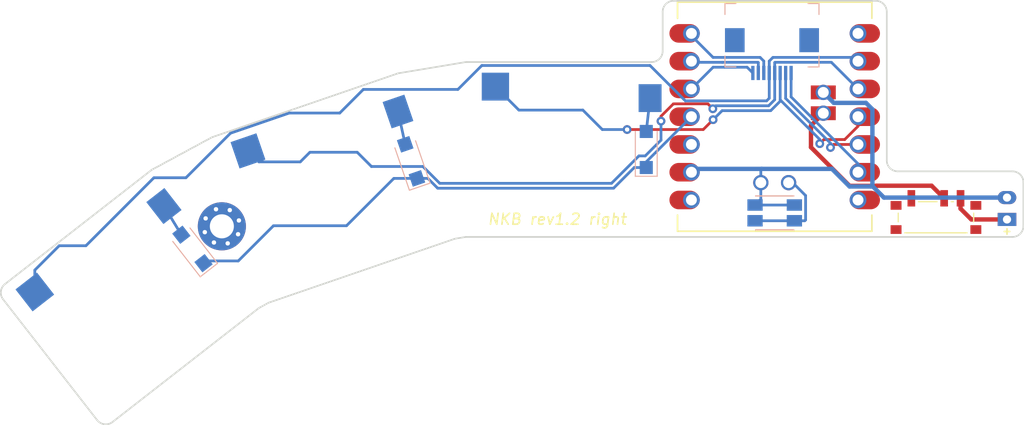
<source format=kicad_pcb>
(kicad_pcb (version 20221018) (generator pcbnew)
  (title_block (title "right_thumbs") (rev "rev1.2") (company "nikservik"))
  (layers (0 "F.Cu" signal) (31 "B.Cu" signal) (34 "B.Paste" user) (35 "F.Paste" user) (36 "B.SilkS" user "B.Silkscreen") (37 "F.SilkS" user "F.Silkscreen") (38 "B.Mask" user) (39 "F.Mask" user) (44 "Edge.Cuts" user))
  (net 0 "")
  (net 1 "CT8")
  (net 2 "RRT4")
  (net 3 "S1_s2d")
  (net 4 "CT7")
  (net 5 "S2_s2d")
  (net 6 "CT6")
  (net 7 "S3_s2d")
  (net 8 "RP0")
  (net 9 "CT10")
  (net 10 "CT9")
  (net 11 "RP6")
  (net 12 "RRT1")
  (net 13 "RRT2")
  (net 14 "RRT3")
  (net 15 "RRAW3V3")
  (net 16 "RGND")
  (net 17 "RRAW5V")
  (net 18 "RBATP")
  (net 19 "RRST")
  (net 20 "RBAT_P")
  (footprint "sw_reset_side" (layer "F.Cu") (at 154.541967 47.68441 -90)
    (fp_text reference "SW2" hide)
    (fp_text value "" (at 0 0 -90) (layer "F.SilkS") (effects (font (size 1.27 1.27))))
    (fp_line (start -1.55 -1.75) (end -1.55 1.75) (stroke (width 0.12)) (layer "B.SilkS"))
    (fp_line (start 1.55 1.75) (end 1.55 -1.75) (stroke (width 0.12)) (layer "B.SilkS"))
    (pad "1" smd rect (at -0.72 -1.8 180) (size 1.4 1.05) (layers "B.Cu" "B.Paste" "B.Mask") (net 16 "RGND"))
    (pad "1" smd rect (at -0.72 1.8 180) (size 1.4 1.05) (layers "B.Cu" "B.Paste" "B.Mask") (net 16 "RGND"))
    (pad "2" smd rect (at 0.72 -1.8 180) (size 1.4 1.05) (layers "B.Cu" "B.Paste" "B.Mask") (net 19 "RRST"))
    (pad "2" smd rect (at 0.72 1.8 180) (size 1.4 1.05) (layers "B.Cu" "B.Paste" "B.Mask") (net 19 "RRST"))
  )
  (footprint "GateronLowProfileSwitch" (layer "F.Cu") (at 95.359531 55.589614 37.904)
    (fp_text reference "S3" hide)
    (fp_text value "" hide)
    (pad "" np_thru_hole circle (at -2.6 -5.75) (size 3 3) (drill 3) (layers "*.Cu" "*.Mask"))
    (pad "" np_thru_hole circle (at 0 0) (size 5.1 5.1) (drill 5.1) (layers "*.Cu" "*.Mask"))
    (pad "" np_thru_hole circle (at 4.4 -4.7) (size 3 3) (drill 3) (layers "*.Cu" "*.Mask"))
    (pad "1" smd rect (at -6.3 -5.75 37.904) (size 2.5 2.55) (layers "B.Cu" "B.Paste" "B.Mask") (net 6 "CT6"))
    (pad "2" smd rect (at 7.85 -4.7 37.904) (size 2.1 2.55) (layers "B.Cu" "B.Paste" "B.Mask") (net 7 "S3_s2d"))
  )
  (footprint "GateronLowProfileSwitch" (layer "F.Cu") (at 114.181967 45.40441 18.952)
    (fp_text reference "S2" hide)
    (fp_text value "" hide)
    (pad "" np_thru_hole circle (at -2.6 -5.75) (size 3 3) (drill 3) (layers "*.Cu" "*.Mask"))
    (pad "" np_thru_hole circle (at 0 0) (size 5.1 5.1) (drill 5.1) (layers "*.Cu" "*.Mask"))
    (pad "" np_thru_hole circle (at 4.4 -4.7) (size 3 3) (drill 3) (layers "*.Cu" "*.Mask"))
    (pad "1" smd rect (at -6.3 -5.75 18.952) (size 2.5 2.55) (layers "B.Cu" "B.Paste" "B.Mask") (net 4 "CT7"))
    (pad "2" smd rect (at 7.85 -4.7 18.952) (size 2.1 2.55) (layers "B.Cu" "B.Paste" "B.Mask") (net 5 "S2_s2d"))
  )
  (footprint "GateronLowProfileSwitch" (layer "F.Cu") (at 135.291967 41.88441)
    (fp_text reference "S1" hide)
    (fp_text value "" hide)
    (pad "" np_thru_hole circle (at -2.6 -5.75) (size 3 3) (drill 3) (layers "*.Cu" "*.Mask"))
    (pad "" np_thru_hole circle (at 0 0) (size 5.1 5.1) (drill 5.1) (layers "*.Cu" "*.Mask"))
    (pad "" np_thru_hole circle (at 4.4 -4.7) (size 3 3) (drill 3) (layers "*.Cu" "*.Mask"))
    (pad "1" smd rect (at -6.3 -5.75) (size 2.5 2.55) (layers "B.Cu" "B.Paste" "B.Mask") (net 1 "CT8"))
    (pad "2" smd rect (at 7.85 -4.7) (size 2.1 2.55) (layers "B.Cu" "B.Paste" "B.Mask") (net 3 "S1_s2d"))
  )
  (footprint "power_switch" (layer "F.Cu") (at 169.291967 48.08441 -90)
    (fp_text reference "SW1" hide)
    (fp_text value "" (at 0 0 -90) (layer "F.SilkS") (effects (font (size 1.27 1.27))))
    (fp_line (start -1.425 -1.4) (end -1.425 -1.6) (stroke (width 0.12)) (layer "F.SilkS"))
    (fp_line (start -1.425 1.6) (end -1.425 -0.1) (stroke (width 0.12)) (layer "F.SilkS"))
    (fp_line (start -0.375 3.45) (end 0.415 3.45) (stroke (width 0.12)) (layer "F.SilkS"))
    (fp_line (start 0.415 -3.45) (end -0.375 -3.45) (stroke (width 0.12)) (layer "F.SilkS"))
    (fp_line (start 1.425 2.85) (end 1.425 -2.85) (stroke (width 0.12)) (layer "F.SilkS"))
    (pad "" smd rect (at -1.085 -3.65) (size 1 0.8) (layers "F.Cu" "F.Paste" "F.Mask"))
    (pad "" smd rect (at -1.085 3.65) (size 1 0.8) (layers "F.Cu" "F.Paste" "F.Mask"))
    (pad "" np_thru_hole circle (at 0.025 -1.5) (size 0.9 0.9) (drill 0.9) (layers "*.Cu" "*.Mask"))
    (pad "" np_thru_hole circle (at 0.025 1.5) (size 0.9 0.9) (drill 0.9) (layers "*.Cu" "*.Mask"))
    (pad "" smd rect (at 1.125 -3.65) (size 1 0.8) (layers "F.Cu" "F.Paste" "F.Mask"))
    (pad "" smd rect (at 1.125 3.65) (size 1 0.8) (layers "F.Cu" "F.Paste" "F.Mask"))
    (pad "1" smd rect (at -1.735 2.25) (size 0.7 1.5) (layers "F.Cu" "F.Paste" "F.Mask"))
    (pad "2" smd rect (at -1.735 -0.75) (size 0.7 1.5) (layers "F.Cu" "F.Paste" "F.Mask") (net 18 "RBATP"))
    (pad "3" smd rect (at -1.735 -2.25) (size 0.7 1.5) (layers "F.Cu" "F.Paste" "F.Mask") (net 20 "RBAT_P"))
  )
  (footprint "BatteryPad" (layer "F.Cu") (at 175.791967 47.28441 90)
    (fp_text reference "BAT1" hide)
    (fp_text value "" hide)
    (fp_line (start -2.1 -0.25) (end -2.1 0.25) (stroke (width 0.15)) (layer "F.SilkS"))
    (fp_line (start -1.85 0) (end -2.35 0) (stroke (width 0.15)) (layer "F.SilkS"))
    (pad "1" thru_hole rect (at -1 0 90) (size 1.2 1.7) (drill 0.75) (layers "*.Cu" "*.Mask") (net 20 "RBAT_P"))
    (pad "2" thru_hole oval (at 1 0 90) (size 1.2 1.7) (drill 0.75) (layers "*.Cu" "*.Mask") (net 16 "RGND"))
  )
  (footprint "Seeeduino XIAO nRF52840" (layer "F.Cu") (at 154.541967 38.88441 180)
    (fp_text reference "" (at 0 0 180) (layer "F.SilkS") (effects (font (size 1.27 1.27))))
    (fp_text value "" (at 0 0 180) (layer "F.SilkS") (effects (font (size 1.27 1.27))))
    (fp_line (start -8.89 -10.48) (end -8.89 -9) (stroke (width 0.15)) (layer "F.SilkS"))
    (fp_line (start -8.89 10.48) (end -8.89 9) (stroke (width 0.15)) (layer "F.SilkS"))
    (fp_line (start -8.89 10.48) (end 8.89 10.48) (stroke (width 0.15)) (layer "F.SilkS"))
    (fp_line (start 8.89 -10.48) (end -8.89 -10.48) (stroke (width 0.15)) (layer "F.SilkS"))
    (fp_line (start 8.89 -10.48) (end 8.89 -9) (stroke (width 0.15)) (layer "F.SilkS"))
    (fp_line (start 8.89 10.48) (end 8.89 9) (stroke (width 0.15)) (layer "F.SilkS"))
    (pad "" thru_hole circle (at -4.445 0.317) (size 1.4 1.4) (drill 1) (layers "*.Cu" "*.Mask") (net 18 "RBATP"))
    (pad "" smd rect (at -4.445 0.317 180) (size 2.286 1.27) (layers "F.Cu" "F.Paste" "F.Mask") (net 18 "RBATP"))
    (pad "" thru_hole circle (at -4.445 2.222) (size 1.4 1.4) (drill 1) (layers "*.Cu" "*.Mask") (net 16 "RGND"))
    (pad "" smd rect (at -4.445 2.222 180) (size 2.286 1.27) (layers "F.Cu" "F.Paste" "F.Mask") (net 16 "RGND"))
    (pad "" thru_hole circle (at -1.27 -6.033) (size 1.4 1.4) (drill 1) (layers "*.Cu" "*.Mask") (net 19 "RRST"))
    (pad "" thru_hole circle (at 1.27 -6.033) (size 1.4 1.4) (drill 1) (layers "*.Cu" "*.Mask") (net 16 "RGND"))
    (pad "1" smd oval (at -8.255 -7.62 180) (size 2.75 1.7) (layers "F.Cu" "F.Paste" "F.Mask") (net 8 "RP0"))
    (pad "1" thru_hole circle (at -7.62 -7.62) (size 1.53 1.53) (drill 1) (layers "*.Cu" "*.Mask") (net 8 "RP0"))
    (pad "2" smd oval (at -8.255 -5.08 180) (size 2.75 1.7) (layers "F.Cu" "F.Paste" "F.Mask") (net 9 "CT10"))
    (pad "2" thru_hole circle (at -7.62 -5.08) (size 1.53 1.53) (drill 1) (layers "*.Cu" "*.Mask") (net 9 "CT10"))
    (pad "3" smd oval (at -8.255 -2.54 180) (size 2.75 1.7) (layers "F.Cu" "F.Paste" "F.Mask") (net 10 "CT9"))
    (pad "3" thru_hole circle (at -7.62 -2.54) (size 1.53 1.53) (drill 1) (layers "*.Cu" "*.Mask") (net 10 "CT9"))
    (pad "4" smd oval (at -8.255 0 180) (size 2.75 1.7) (layers "F.Cu" "F.Paste" "F.Mask") (net 1 "CT8"))
    (pad "4" thru_hole circle (at -7.62 0) (size 1.53 1.53) (drill 1) (layers "*.Cu" "*.Mask") (net 1 "CT8"))
    (pad "5" smd oval (at -8.255 2.54 180) (size 2.75 1.7) (layers "F.Cu" "F.Paste" "F.Mask") (net 4 "CT7"))
    (pad "5" thru_hole circle (at -7.62 2.54) (size 1.53 1.53) (drill 1) (layers "*.Cu" "*.Mask") (net 4 "CT7"))
    (pad "6" smd oval (at -8.255 5.08 180) (size 2.75 1.7) (layers "F.Cu" "F.Paste" "F.Mask") (net 6 "CT6"))
    (pad "6" thru_hole circle (at -7.62 5.08) (size 1.53 1.53) (drill 1) (layers "*.Cu" "*.Mask") (net 6 "CT6"))
    (pad "7" smd oval (at -8.255 7.62 180) (size 2.75 1.7) (layers "F.Cu" "F.Paste" "F.Mask") (net 11 "RP6"))
    (pad "7" thru_hole circle (at -7.62 7.62) (size 1.53 1.53) (drill 1) (layers "*.Cu" "*.Mask") (net 11 "RP6"))
    (pad "8" thru_hole circle (at 7.62 7.62) (size 1.53 1.53) (drill 1) (layers "*.Cu" "*.Mask") (net 12 "RRT1"))
    (pad "8" smd oval (at 8.255 7.62 180) (size 2.75 1.7) (layers "F.Cu" "F.Paste" "F.Mask") (net 12 "RRT1"))
    (pad "9" thru_hole circle (at 7.62 5.08) (size 1.53 1.53) (drill 1) (layers "*.Cu" "*.Mask") (net 13 "RRT2"))
    (pad "9" smd oval (at 8.255 5.08 180) (size 2.75 1.7) (layers "F.Cu" "F.Paste" "F.Mask") (net 13 "RRT2"))
    (pad "10" thru_hole circle (at 7.62 2.54) (size 1.53 1.53) (drill 1) (layers "*.Cu" "*.Mask") (net 14 "RRT3"))
    (pad "10" smd oval (at 8.255 2.54 180) (size 2.75 1.7) (layers "F.Cu" "F.Paste" "F.Mask") (net 14 "RRT3"))
    (pad "11" thru_hole circle (at 7.62 0) (size 1.53 1.53) (drill 1) (layers "*.Cu" "*.Mask") (net 2 "RRT4"))
    (pad "11" smd oval (at 8.255 0 180) (size 2.75 1.7) (layers "F.Cu" "F.Paste" "F.Mask") (net 2 "RRT4"))
    (pad "12" thru_hole circle (at 7.62 -2.54) (size 1.53 1.53) (drill 1) (layers "*.Cu" "*.Mask") (net 15 "RRAW3V3"))
    (pad "12" smd oval (at 8.255 -2.54 180) (size 2.75 1.7) (layers "F.Cu" "F.Paste" "F.Mask") (net 15 "RRAW3V3"))
    (pad "13" thru_hole circle (at 7.62 -5.08) (size 1.53 1.53) (drill 1) (layers "*.Cu" "*.Mask") (net 16 "RGND"))
    (pad "13" smd oval (at 8.255 -5.08 180) (size 2.75 1.7) (layers "F.Cu" "F.Paste" "F.Mask") (net 16 "RGND"))
    (pad "14" thru_hole circle (at 7.62 -7.62) (size 1.53 1.53) (drill 1) (layers "*.Cu" "*.Mask") (net 17 "RRAW5V"))
    (pad "14" smd oval (at 8.255 -7.62 180) (size 2.75 1.7) (layers "F.Cu" "F.Paste" "F.Mask") (net 17 "RRAW5V"))
  )
  (footprint "MountingHole_2.2mm_M2_Pad_Via" (layer "F.Cu") (at 103.967424 48.91199 18.952)
    (fp_text reference "_3" hide)
    (fp_text value "" (at 0 0 18.952) (layer "F.SilkS") (effects (font (size 1.27 1.27))))
    (pad "1" thru_hole circle (at -1.65 0) (size 0.7 0.7) (drill 0.4) (layers "*.Cu" "*.Mask"))
    (pad "1" thru_hole circle (at -1.166726 -1.166726) (size 0.7 0.7) (drill 0.4) (layers "*.Cu" "*.Mask"))
    (pad "1" thru_hole circle (at -1.166726 1.166726) (size 0.7 0.7) (drill 0.4) (layers "*.Cu" "*.Mask"))
    (pad "1" thru_hole circle (at 0 -1.65) (size 0.7 0.7) (drill 0.4) (layers "*.Cu" "*.Mask"))
    (pad "1" thru_hole circle (at 0 0) (size 4.4 4.4) (drill 2.2) (layers "*.Cu" "*.Mask"))
    (pad "1" thru_hole circle (at 0 1.65) (size 0.7 0.7) (drill 0.4) (layers "*.Cu" "*.Mask"))
    (pad "1" thru_hole circle (at 1.166726 -1.166726) (size 0.7 0.7) (drill 0.4) (layers "*.Cu" "*.Mask"))
    (pad "1" thru_hole circle (at 1.166726 1.166726) (size 0.7 0.7) (drill 0.4) (layers "*.Cu" "*.Mask"))
    (pad "1" thru_hole circle (at 1.65 0) (size 0.7 0.7) (drill 0.4) (layers "*.Cu" "*.Mask"))
  )
  (footprint "SmdDiode" (layer "B.Cu") (at 95.359531 55.589614 37.904)
    (fp_text reference "" (at 0 0 37.904) (layer "F.SilkS") (effects (font (size 1.27 1.27))))
    (fp_text value "" (at 0 0 37.904) (layer "F.SilkS") (effects (font (size 1.27 1.27))))
    (fp_line (start 6.5 2.45) (end 6.5 -1.65) (stroke (width 0.1)) (layer "B.SilkS"))
    (fp_line (start 8.5 -1.65) (end 8.5 2.45) (stroke (width 0.1)) (layer "B.SilkS"))
    (fp_line (start 8.5 2.45) (end 6.5 2.45) (stroke (width 0.1)) (layer "B.SilkS"))
    (pad "1" smd rect (at 7.5 -1.65 37.904) (size 1.2 1.2) (layers "B.Cu" "B.Paste" "B.Mask") (net 7 "S3_s2d"))
    (pad "2" smd rect (at 7.5 1.65 37.904) (size 1.2 1.2) (layers "B.Cu" "B.Paste" "B.Mask") (net 2 "RRT4"))
  )
  (footprint "SmdDiode" (layer "B.Cu") (at 135.291967 41.88441)
    (fp_text reference "" (at 0 0) (layer "F.SilkS") (effects (font (size 1.27 1.27))))
    (fp_text value "" (at 0 0) (layer "F.SilkS") (effects (font (size 1.27 1.27))))
    (fp_line (start 6.5 2.45) (end 6.5 -1.65) (stroke (width 0.1)) (layer "B.SilkS"))
    (fp_line (start 8.5 -1.65) (end 8.5 2.45) (stroke (width 0.1)) (layer "B.SilkS"))
    (fp_line (start 8.5 2.45) (end 6.5 2.45) (stroke (width 0.1)) (layer "B.SilkS"))
    (pad "1" smd rect (at 7.5 -1.65) (size 1.2 1.2) (layers "B.Cu" "B.Paste" "B.Mask") (net 3 "S1_s2d"))
    (pad "2" smd rect (at 7.5 1.65) (size 1.2 1.2) (layers "B.Cu" "B.Paste" "B.Mask") (net 2 "RRT4"))
  )
  (footprint "SmdDiode" (layer "B.Cu") (at 114.181967 45.40441 18.952)
    (fp_text reference "" (at 0 0 18.952) (layer "F.SilkS") (effects (font (size 1.27 1.27))))
    (fp_text value "" (at 0 0 18.952) (layer "F.SilkS") (effects (font (size 1.27 1.27))))
    (fp_line (start 6.5 2.45) (end 6.5 -1.65) (stroke (width 0.1)) (layer "B.SilkS"))
    (fp_line (start 8.5 -1.65) (end 8.5 2.45) (stroke (width 0.1)) (layer "B.SilkS"))
    (fp_line (start 8.5 2.45) (end 6.5 2.45) (stroke (width 0.1)) (layer "B.SilkS"))
    (pad "1" smd rect (at 7.5 -1.65 18.952) (size 1.2 1.2) (layers "B.Cu" "B.Paste" "B.Mask") (net 5 "S2_s2d"))
    (pad "2" smd rect (at 7.5 1.65 18.952) (size 1.2 1.2) (layers "B.Cu" "B.Paste" "B.Mask") (net 2 "RRT4"))
  )
  (footprint "HKWClamshellSocket" (layer "B.Cu") (at 154.291967 31.88441)
    (fp_text reference "_2" hide)
    (fp_text value "" hide)
    (fp_line (start -4.3 -3.35) (end -4.3 -2.35) (stroke (width 0.1)) (layer "B.SilkS"))
    (fp_line (start -4.3 -3.35) (end -3.3 -3.35) (stroke (width 0.1)) (layer "B.SilkS"))
    (fp_line (start -4.3 2.45) (end -4.3 1.45) (stroke (width 0.1)) (layer "B.SilkS"))
    (fp_line (start -4.3 2.45) (end -3.3 2.45) (stroke (width 0.1)) (layer "B.SilkS"))
    (fp_line (start 4.3 -3.35) (end 3.3 -3.35) (stroke (width 0.1)) (layer "B.SilkS"))
    (fp_line (start 4.3 -3.35) (end 4.3 -2.35) (stroke (width 0.1)) (layer "B.SilkS"))
    (fp_line (start 4.3 2.45) (end 3.3 2.45) (stroke (width 0.1)) (layer "B.SilkS"))
    (fp_line (start 4.3 2.45) (end 4.3 1.45) (stroke (width 0.1)) (layer "B.SilkS"))
    (pad "" smd rect (at -3.4 0) (size 1.8 2.2) (layers "B.Cu" "B.Paste" "B.Mask"))
    (pad "" smd rect (at 3.4 0) (size 1.8 2.2) (layers "B.Cu" "B.Paste" "B.Mask"))
    (pad "1" smd rect (at -1.75 3) (size 0.3 1.3) (layers "B.Cu" "B.Paste" "B.Mask") (net 14 "RRT3"))
    (pad "2" smd rect (at -1.25 3) (size 0.3 1.3) (layers "B.Cu" "B.Paste" "B.Mask") (net 13 "RRT2"))
    (pad "3" smd rect (at -0.75 3) (size 0.3 1.3) (layers "B.Cu" "B.Paste" "B.Mask") (net 12 "RRT1"))
    (pad "4" smd rect (at -0.25 3) (size 0.3 1.3) (layers "B.Cu" "B.Paste" "B.Mask") (net 6 "CT6"))
    (pad "5" smd rect (at 0.25 3) (size 0.3 1.3) (layers "B.Cu" "B.Paste" "B.Mask") (net 4 "CT7"))
    (pad "6" smd rect (at 0.75 3) (size 0.3 1.3) (layers "B.Cu" "B.Paste" "B.Mask") (net 1 "CT8"))
    (pad "7" smd rect (at 1.25 3) (size 0.3 1.3) (layers "B.Cu" "B.Paste" "B.Mask") (net 10 "CT9"))
    (pad "8" smd rect (at 1.75 3) (size 0.3 1.3) (layers "B.Cu" "B.Paste" "B.Mask") (net 9 "CT10"))
  )
  (gr_line (start 144.291967 29.28441) (end 144.291967 32.88441) (stroke (width 0.15)) (layer "Edge.Cuts"))
  (gr_arc (start 125.212274 50.075232) (mid 125.293164 50.051219) (end 125.375791 50.034111) (stroke (width 0.15)) (layer "Edge.Cuts"))
  (gr_line (start 120.017226 34.942107) (end 103.149768 40.734237) (stroke (width 0.15)) (layer "Edge.Cuts"))
  (gr_line (start 164.791967 42.88441) (end 164.791967 29.28441) (stroke (width 0.15)) (layer "Edge.Cuts"))
  (gr_arc (start 126.210482 33.897965) (mid 126.292248 33.887805) (end 126.374572 33.88441) (stroke (width 0.15)) (layer "Edge.Cuts"))
  (gr_line (start 120.177912 34.901453) (end 126.210482 33.897965) (stroke (width 0.15)) (layer "Edge.Cuts"))
  (gr_arc (start 83.957778 55.595388) (mid 83.754479 54.857516) (end 84.132479 54.192007) (stroke (width 0.15)) (layer "Edge.Cuts"))
  (gr_arc (start 102.998975 40.800349) (mid 103.073008 40.764184) (end 103.149768 40.734237) (stroke (width 0.15)) (layer "Edge.Cuts"))
  (gr_arc (start 176.291967 43.88441) (mid 176.999074 44.177303) (end 177.291967 44.88441) (stroke (width 0.15)) (layer "Edge.Cuts"))
  (gr_line (start 93.961923 66.816666) (end 107.308867 56.424857) (stroke (width 0.15)) (layer "Edge.Cuts"))
  (gr_line (start 97.480562 43.799311) (end 84.132479 54.192007) (stroke (width 0.15)) (layer "Edge.Cuts"))
  (gr_line (start 163.791967 28.28441) (end 145.291967 28.28441) (stroke (width 0.15)) (layer "Edge.Cuts"))
  (gr_arc (start 93.961923 66.816666) (mid 93.224051 67.019965) (end 92.558542 66.641965) (stroke (width 0.15)) (layer "Edge.Cuts"))
  (gr_line (start 108.268056 55.893721) (end 107.450164 56.332859) (stroke (width 0.15)) (layer "Edge.Cuts"))
  (gr_line (start 126.291967 49.88441) (end 125.375791 50.034111) (stroke (width 0.15)) (layer "Edge.Cuts"))
  (gr_arc (start 144.291967 29.28441) (mid 144.58486 28.577303) (end 145.291967 28.28441) (stroke (width 0.15)) (layer "Edge.Cuts"))
  (gr_line (start 83.957778 55.595388) (end 92.558542 66.641965) (stroke (width 0.15)) (layer "Edge.Cuts"))
  (gr_line (start 126.374572 33.88441) (end 143.291967 33.88441) (stroke (width 0.15)) (layer "Edge.Cuts"))
  (gr_arc (start 165.791967 43.88441) (mid 165.08486 43.591517) (end 164.791967 42.88441) (stroke (width 0.15)) (layer "Edge.Cuts"))
  (gr_line (start 126.291967 49.88441) (end 176.291967 49.88441) (stroke (width 0.15)) (layer "Edge.Cuts"))
  (gr_line (start 108.268056 55.893721) (end 125.212275 50.075232) (stroke (width 0.15)) (layer "Edge.Cuts"))
  (gr_line (start 97.619334 43.708673) (end 102.998975 40.80035) (stroke (width 0.15)) (layer "Edge.Cuts"))
  (gr_arc (start 120.017226 34.942107) (mid 120.096725 34.918445) (end 120.177912 34.901453) (stroke (width 0.15)) (layer "Edge.Cuts"))
  (gr_arc (start 144.291967 32.88441) (mid 143.999074 33.591517) (end 143.291967 33.88441) (stroke (width 0.15)) (layer "Edge.Cuts"))
  (gr_line (start 176.291967 43.88441) (end 165.791967 43.88441) (stroke (width 0.15)) (layer "Edge.Cuts"))
  (gr_arc (start 97.480562 43.79931) (mid 97.548067 43.751111) (end 97.619334 43.708673) (stroke (width 0.15)) (layer "Edge.Cuts"))
  (gr_arc (start 107.308867 56.424857) (mid 107.377573 56.375875) (end 107.450164 56.332859) (stroke (width 0.15)) (layer "Edge.Cuts"))
  (gr_arc (start 177.291967 48.88441) (mid 176.999074 49.591517) (end 176.291967 49.88441) (stroke (width 0.15)) (layer "Edge.Cuts"))
  (gr_arc (start 163.791967 28.28441) (mid 164.499074 28.577303) (end 164.791967 29.28441) (stroke (width 0.15)) (layer "Edge.Cuts"))
  (gr_line (start 177.291967 48.88441) (end 177.291967 44.88441) (stroke (width 0.15)) (layer "Edge.Cuts"))
  (gr_text "NKB rev1.2 right" (at 128.21 48.85) (layer "F.SilkS") (effects (font (size 1 1) (thickness 0.15) italic) (justify left bottom)))
  (segment (start 160.94559 40.97441) (end 162.161967 39.758033) (width 0.25) (layer "F.Cu") (net 1))
  (segment (start 162.161967 39.758033) (end 162.161967 38.88441) (width 0.25) (layer "F.Cu") (net 1))
  (segment (start 159.04005 40.97441) (end 160.94559 40.97441) (width 0.25) (layer "F.Cu") (net 1))
  (segment (start 158.661727 41.352733) (end 159.04005 40.97441) (width 0.25) (layer "F.Cu") (net 1))
  (segment (start 148.003726 40.05941) (end 148.905048 39.158088) (width 0.25) (layer "F.Cu") (net 1))
  (segment (start 141.04 40.05941) (end 148.003726 40.05941) (width 0.25) (layer "F.Cu") (net 1))
  (via (at 148.905048 39.158088) (size 0.8) (drill 0.4) (layers "F.Cu" "B.Cu") (net 1))
  (via (at 158.661727 41.352733) (size 0.8) (drill 0.4) (layers "F.Cu" "B.Cu") (net 1))
  (via (at 141.04 40.05941) (size 0.8) (drill 0.4) (layers "F.Cu" "B.Cu") (net 1))
  (segment (start 155.103598 37.406402) (end 155.041967 37.344771) (width 0.25) (layer "B.Cu") (net 1))
  (segment (start 155.041967 37.344771) (end 155.041967 34.88441) (width 0.25) (layer "B.Cu") (net 1))
  (segment (start 158.661727 41.352733) (end 158.661727 40.964531) (width 0.25) (layer "B.Cu") (net 1))
  (segment (start 154.17559 38.33441) (end 155.103598 37.406402) (width 0.25) (layer "B.Cu") (net 1))
  (segment (start 138.76941 40.05941) (end 136.99 38.28) (width 0.25) (layer "B.Cu") (net 1))
  (segment (start 149.728726 38.33441) (end 154.17559 38.33441) (width 0.25) (layer "B.Cu") (net 1))
  (segment (start 141.04 40.05941) (end 138.76941 40.05941) (width 0.25) (layer "B.Cu") (net 1))
  (segment (start 136.99 38.28) (end 131.137557 38.28) (width 0.25) (layer "B.Cu") (net 1))
  (segment (start 131.137557 38.28) (end 128.991967 36.13441) (width 0.25) (layer "B.Cu") (net 1))
  (segment (start 148.905048 39.158088) (end 149.728726 38.33441) (width 0.25) (layer "B.Cu") (net 1))
  (segment (start 158.661727 40.964531) (end 155.103598 37.406402) (width 0.25) (layer "B.Cu") (net 1))
  (segment (start 139.796396 45.43) (end 141.691986 43.53441) (width 0.25) (layer "B.Cu") (net 2))
  (segment (start 119.700854 44.529146) (end 121.81128 44.529146) (width 0.25) (layer "B.Cu") (net 2))
  (segment (start 105.47 52.08) (end 108.69 48.86) (width 0.25) (layer "B.Cu") (net 2))
  (segment (start 102.291001 52.28398) (end 102.494981 52.08) (width 0.25) (layer "B.Cu") (net 2))
  (segment (start 141.691986 43.53441) (end 142.791967 43.53441) (width 0.25) (layer "B.Cu") (net 2))
  (segment (start 142.791967 43.01441) (end 146.921967 38.88441) (width 0.25) (layer "B.Cu") (net 2))
  (segment (start 115.37 48.86) (end 119.700854 44.529146) (width 0.25) (layer "B.Cu") (net 2))
  (segment (start 102.494981 52.08) (end 105.47 52.08) (width 0.25) (layer "B.Cu") (net 2))
  (segment (start 108.69 48.86) (end 115.37 48.86) (width 0.25) (layer "B.Cu") (net 2))
  (segment (start 123.713604 45.43) (end 139.796396 45.43) (width 0.25) (layer "B.Cu") (net 2))
  (segment (start 121.81128 44.529146) (end 122.81275 44.529146) (width 0.25) (layer "B.Cu") (net 2))
  (segment (start 142.791967 43.53441) (end 142.791967 43.01441) (width 0.25) (layer "B.Cu") (net 2))
  (segment (start 122.81275 44.529146) (end 123.713604 45.43) (width 0.25) (layer "B.Cu") (net 2))
  (segment (start 143.141967 37.18441) (end 142.791967 40.23441) (width 0.25) (layer "B.Cu") (net 3))
  (segment (start 148.430084 37.70941) (end 148.879584 38.15891) (width 0.25) (layer "F.Cu") (net 4))
  (segment (start 145.275266 37.70941) (end 148.430084 37.70941) (width 0.25) (layer "F.Cu") (net 4))
  (segment (start 144.14 38.844676) (end 145.275266 37.70941) (width 0.25) (layer "F.Cu") (net 4))
  (segment (start 144.14 39.29) (end 144.14 38.844676) (width 0.25) (layer "F.Cu") (net 4))
  (via (at 148.879584 38.15891) (size 0.8) (drill 0.4) (layers "F.Cu" "B.Cu") (net 4))
  (via (at 144.14 39.29) (size 0.8) (drill 0.4) (layers "F.Cu" "B.Cu") (net 4))
  (segment (start 154.541967 34.88441) (end 154.541967 33.93441) (width 0.25) (layer "B.Cu") (net 4))
  (segment (start 112.02 42.14) (end 111.144311 43.015689) (width 0.25) (layer "B.Cu") (net 4))
  (segment (start 148.879584 38.15891) (end 149.154084 37.88441) (width 0.25) (layer "B.Cu") (net 4))
  (segment (start 154.566967 33.90941) (end 159.726967 33.90941) (width 0.25) (layer "B.Cu") (net 4))
  (segment (start 139.61 44.98) (end 123.9 44.98) (width 0.25) (layer "B.Cu") (net 4))
  (segment (start 123.9 44.98) (end 122.361806 43.441806) (width 0.25) (layer "B.Cu") (net 4))
  (segment (start 107.359511 43.015689) (end 106.356022 42.0122) (width 0.25) (layer "B.Cu") (net 4))
  (segment (start 149.154084 37.88441) (end 153.989194 37.88441) (width 0.25) (layer "B.Cu") (net 4))
  (segment (start 154.541967 33.93441) (end 154.566967 33.90941) (width 0.25) (layer "B.Cu") (net 4))
  (segment (start 144.14 41.029981) (end 142.699981 42.47) (width 0.25) (layer "B.Cu") (net 4))
  (segment (start 159.726967 33.90941) (end 162.161967 36.34441) (width 0.25) (layer "B.Cu") (net 4))
  (segment (start 142.12 42.47) (end 139.61 44.98) (width 0.25) (layer "B.Cu") (net 4))
  (segment (start 111.144311 43.015689) (end 107.359511 43.015689) (width 0.25) (layer "B.Cu") (net 4))
  (segment (start 117.651806 43.441806) (end 116.35 42.14) (width 0.25) (layer "B.Cu") (net 4))
  (segment (start 144.14 39.29) (end 144.14 41.029981) (width 0.25) (layer "B.Cu") (net 4))
  (segment (start 154.541967 37.331637) (end 154.541967 34.88441) (width 0.25) (layer "B.Cu") (net 4))
  (segment (start 116.35 42.14) (end 112.02 42.14) (width 0.25) (layer "B.Cu") (net 4))
  (segment (start 122.361806 43.441806) (end 117.651806 43.441806) (width 0.25) (layer "B.Cu") (net 4))
  (segment (start 142.699981 42.47) (end 142.12 42.47) (width 0.25) (layer "B.Cu") (net 4))
  (segment (start 153.989194 37.88441) (end 154.541967 37.331637) (width 0.25) (layer "B.Cu") (net 4))
  (segment (start 120.07998 38.409701) (end 120.739519 41.408036) (width 0.25) (layer "B.Cu") (net 5))
  (segment (start 114.75 38.55) (end 116.91 36.39) (width 0.25) (layer "B.Cu") (net 6))
  (segment (start 116.91 36.39) (end 125.561377 36.39) (width 0.25) (layer "B.Cu") (net 6))
  (segment (start 125.561377 36.39) (end 127.751377 34.2) (width 0.25) (layer "B.Cu") (net 6))
  (segment (start 86.856115 52.917714) (end 89.083829 50.69) (width 0.25) (layer "B.Cu") (net 6))
  (segment (start 97.75 44.47) (end 100.68 44.47) (width 0.25) (layer "B.Cu") (net 6))
  (segment (start 154.041967 33.798014) (end 154.380571 33.45941) (width 0.25) (layer "B.Cu") (net 6))
  (segment (start 154.041967 34.88441) (end 154.041967 33.798014) (width 0.25) (layer "B.Cu") (net 6))
  (segment (start 161.816967 33.45941) (end 162.161967 33.80441) (width 0.25) (layer "B.Cu") (net 6))
  (segment (start 86.856115 54.922971) (end 86.856115 52.917714) (width 0.25) (layer "B.Cu") (net 6))
  (segment (start 153.802798 37.43441) (end 154.041967 37.195241) (width 0.25) (layer "B.Cu") (net 6))
  (segment (start 154.380571 33.45941) (end 161.816967 33.45941) (width 0.25) (layer "B.Cu") (net 6))
  (segment (start 154.041967 37.195241) (end 154.041967 34.88441) (width 0.25) (layer "B.Cu") (net 6))
  (segment (start 110.126367 38.55) (end 114.75 38.55) (width 0.25) (layer "B.Cu") (net 6))
  (segment (start 91.53 50.69) (end 97.75 44.47) (width 0.25) (layer "B.Cu") (net 6))
  (segment (start 143.132557 34.2) (end 146.366967 37.43441) (width 0.25) (layer "B.Cu") (net 6))
  (segment (start 146.366967 37.43441) (end 153.802798 37.43441) (width 0.25) (layer "B.Cu") (net 6))
  (segment (start 89.083829 50.69) (end 91.53 50.69) (width 0.25) (layer "B.Cu") (net 6))
  (segment (start 127.751377 34.2) (end 143.132557 34.2) (width 0.25) (layer "B.Cu") (net 6))
  (segment (start 104.755795 40.394205) (end 110.126367 38.55) (width 0.25) (layer "B.Cu") (net 6))
  (segment (start 100.68 44.47) (end 104.755795 40.394205) (width 0.25) (layer "B.Cu") (net 6))
  (segment (start 98.666105 47.058549) (end 100.263678 49.680144) (width 0.25) (layer "B.Cu") (net 7))
  (segment (start 156.041967 37.071979) (end 162.161967 43.191979) (width 0.25) (layer "B.Cu") (net 9))
  (segment (start 162.161967 43.191979) (end 162.161967 43.96441) (width 0.25) (layer "B.Cu") (net 9))
  (segment (start 156.041967 34.88441) (end 156.041967 37.071979) (width 0.25) (layer "B.Cu") (net 9))
  (segment (start 159.64485 41.700619) (end 159.921059 41.42441) (width 0.25) (layer "F.Cu") (net 10))
  (segment (start 159.921059 41.42441) (end 162.161967 41.42441) (width 0.25) (layer "F.Cu") (net 10))
  (via (at 159.64485 41.700619) (size 0.8) (drill 0.4) (layers "F.Cu" "B.Cu") (net 10))
  (segment (start 159.64485 41.700619) (end 159.64485 41.311258) (width 0.25) (layer "B.Cu") (net 10))
  (segment (start 159.64485 41.311258) (end 155.541967 37.208375) (width 0.25) (layer "B.Cu") (net 10))
  (segment (start 155.541967 37.208375) (end 155.541967 34.88441) (width 0.25) (layer "B.Cu") (net 10))
  (segment (start 153.541967 33.798014) (end 153.203363 33.45941) (width 0.25) (layer "B.Cu") (net 12))
  (segment (start 148.89941 33.45941) (end 146.921967 31.481967) (width 0.25) (layer "B.Cu") (net 12))
  (segment (start 153.541967 34.88441) (end 153.541967 33.798014) (width 0.25) (layer "B.Cu") (net 12))
  (segment (start 153.203363 33.45941) (end 148.89941 33.45941) (width 0.25) (layer "B.Cu") (net 12))
  (segment (start 146.921967 31.481967) (end 146.921967 31.26441) (width 0.25) (layer "B.Cu") (net 12))
  (segment (start 153.016967 33.90941) (end 149.75059 33.90941) (width 0.25) (layer "B.Cu") (net 13))
  (segment (start 149.75 33.91) (end 147.027557 33.91) (width 0.25) (layer "B.Cu") (net 13))
  (segment (start 153.041967 34.88441) (end 153.041967 33.93441) (width 0.25) (layer "B.Cu") (net 13))
  (segment (start 153.041967 33.93441) (end 153.016967 33.90941) (width 0.25) (layer "B.Cu") (net 13))
  (segment (start 147.027557 33.91) (end 146.921967 33.80441) (width 0.25) (layer "B.Cu") (net 13))
  (segment (start 149.75059 33.90941) (end 149.75 33.91) (width 0.25) (layer "B.Cu") (net 13))
  (segment (start 148.906377 34.36) (end 146.921967 36.34441) (width 0.25) (layer "B.Cu") (net 14))
  (segment (start 152.541967 34.88441) (end 152.016967 34.35941) (width 0.25) (layer "B.Cu") (net 14))
  (segment (start 149.936986 34.35941) (end 149.936396 34.36) (width 0.25) (layer "B.Cu") (net 14))
  (segment (start 149.936396 34.36) (end 148.906377 34.36) (width 0.25) (layer "B.Cu") (net 14))
  (segment (start 152.016967 34.35941) (end 149.936986 34.35941) (width 0.25) (layer "B.Cu") (net 14))
  (segment (start 147.226377 43.66) (end 153.35 43.66) (width 0.4) (layer "B.Cu") (net 16))
  (segment (start 162.89 37.62) (end 159.944557 37.62) (width 0.4) (layer "B.Cu") (net 16))
  (segment (start 152.741967 46.96441) (end 153.271967 46.43441) (width 0.25) (layer "B.Cu") (net 16))
  (segment (start 153.271967 46.43441) (end 153.271967 44.91741) (width 0.25) (layer "B.Cu") (net 16))
  (segment (start 153.271967 44.91741) (end 153.271967 43.738033) (width 0.25) (layer "B.Cu") (net 16))
  (segment (start 159.944557 37.62) (end 158.986967 36.66241) (width 0.4) (layer "B.Cu") (net 16))
  (segment (start 163.48 45.23) (end 163.48 38.21) (width 0.4) (layer "B.Cu") (net 16))
  (segment (start 146.921967 43.96441) (end 147.226377 43.66) (width 0.4) (layer "B.Cu") (net 16))
  (segment (start 156.341967 46.96441) (end 152.741967 46.96441) (width 0.25) (layer "B.Cu") (net 16))
  (segment (start 164.53441 46.28441) (end 163.48 45.23) (width 0.4) (layer "B.Cu") (net 16))
  (segment (start 159.78 43.66) (end 161.39 45.27) (width 0.4) (layer "B.Cu") (net 16))
  (segment (start 163.48 38.21) (end 162.89 37.62) (width 0.4) (layer "B.Cu") (net 16))
  (segment (start 175.791967 46.28441) (end 164.53441 46.28441) (width 0.4) (layer "B.Cu") (net 16))
  (segment (start 161.39 45.27) (end 163.35 45.27) (width 0.4) (layer "B.Cu") (net 16))
  (segment (start 153.35 43.66) (end 159.78 43.66) (width 0.4) (layer "B.Cu") (net 16))
  (segment (start 163.35 45.27) (end 163.48 45.14) (width 0.4) (layer "B.Cu") (net 16))
  (segment (start 153.271967 43.738033) (end 153.35 43.66) (width 0.25) (layer "B.Cu") (net 16))
  (segment (start 163.854734 45.19941) (end 163.839734 45.21441) (width 0.4) (layer "F.Cu") (net 18))
  (segment (start 163.839734 45.21441) (end 161.392033 45.21441) (width 0.4) (layer "F.Cu") (net 18))
  (segment (start 170.041967 46.34941) (end 168.891967 45.19941) (width 0.4) (layer "F.Cu") (net 18))
  (segment (start 157.86 39.694377) (end 158.986967 38.56741) (width 0.4) (layer "F.Cu") (net 18))
  (segment (start 157.86 41.682377) (end 157.86 39.694377) (width 0.4) (layer "F.Cu") (net 18))
  (segment (start 168.891967 45.19941) (end 163.854734 45.19941) (width 0.4) (layer "F.Cu") (net 18))
  (segment (start 161.392033 45.21441) (end 157.86 41.682377) (width 0.4) (layer "F.Cu") (net 18))
  (segment (start 156.18741 44.91741) (end 155.811967 44.91741) (width 0.25) (layer "B.Cu") (net 19))
  (segment (start 156.341967 48.40441) (end 157.291967 48.40441) (width 0.25) (layer "B.Cu") (net 19))
  (segment (start 157.291967 48.40441) (end 157.366967 48.32941) (width 0.25) (layer "B.Cu") (net 19))
  (segment (start 157.366967 46.096967) (end 156.18741 44.91741) (width 0.25) (layer "B.Cu") (net 19))
  (segment (start 157.366967 48.32941) (end 157.366967 46.096967) (width 0.25) (layer "B.Cu") (net 19))
  (segment (start 152.741967 48.40441) (end 156.341967 48.40441) (width 0.25) (layer "B.Cu") (net 19))
  (segment (start 175.791967 48.28441) (end 172.526967 48.28441) (width 0.4) (layer "F.Cu") (net 20))
  (segment (start 171.541967 47.29941) (end 171.541967 46.34941) (width 0.4) (layer "F.Cu") (net 20))
  (segment (start 172.526967 48.28441) (end 171.541967 47.29941) (width 0.4) (layer "F.Cu") (net 20))
)
</source>
